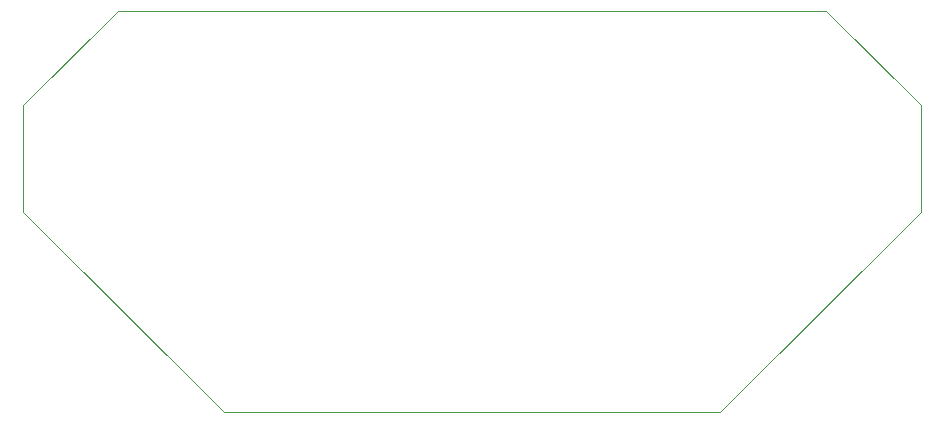
<source format=gm1>
G04 #@! TF.GenerationSoftware,KiCad,Pcbnew,(6.0.8)*
G04 #@! TF.CreationDate,2023-06-20T19:58:12+10:00*
G04 #@! TF.ProjectId,thorny_devil,74686f72-6e79-45f6-9465-76696c2e6b69,rev?*
G04 #@! TF.SameCoordinates,Original*
G04 #@! TF.FileFunction,Profile,NP*
%FSLAX46Y46*%
G04 Gerber Fmt 4.6, Leading zero omitted, Abs format (unit mm)*
G04 Created by KiCad (PCBNEW (6.0.8)) date 2023-06-20 19:58:12*
%MOMM*%
%LPD*%
G01*
G04 APERTURE LIST*
G04 #@! TA.AperFunction,Profile*
%ADD10C,0.100000*%
G04 #@! TD*
G04 APERTURE END LIST*
D10*
X78000000Y-47000000D02*
X86000000Y-39000000D01*
X95000000Y-73000000D02*
X137000000Y-73000000D01*
X146000000Y-39000000D02*
X86000000Y-39000000D01*
X137000000Y-73000000D02*
X154000000Y-56000000D01*
X95000000Y-73000000D02*
X78000000Y-56000000D01*
X78000000Y-56000000D02*
X78000000Y-47000000D01*
X154000000Y-47000000D02*
X146000000Y-39000000D01*
X154000000Y-56000000D02*
X154000000Y-47000000D01*
M02*

</source>
